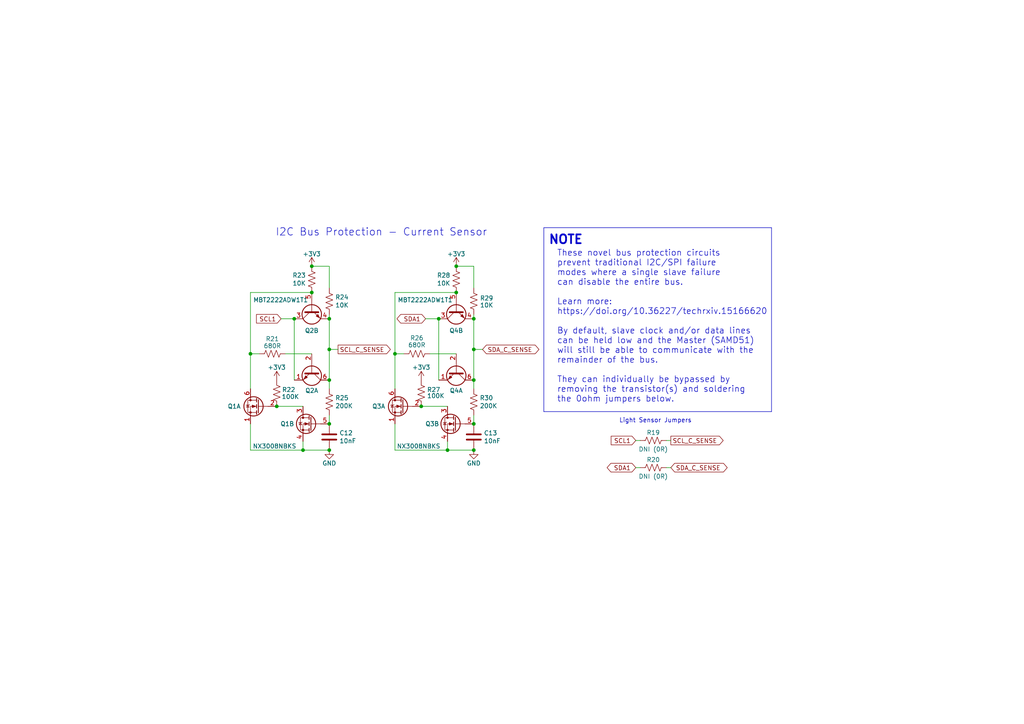
<source format=kicad_sch>
(kicad_sch (version 20230121) (generator eeschema)
  (paper "A4")
  (title_block (title "PyCubed Mini") (date "2023-04-12") (rev "B3/02") (company "RExLab Carnegie Mellon University") (comment 1 "N. Khera") (comment 2 "Z. Manchester"))
  (lib_symbols
    (symbol "Device:C" (pin_numbers hide) (pin_names (offset 0.254))
      (property "Reference" "C" (at 0.635 2.54 0))
      (property "Value" "C" (at 0.635 -2.54 0))
      (symbol "C_0_1"
        (polyline (pts (xy -2.032 -0.762) (xy 2.032 -0.762)) (stroke (width 0.508)))
        (polyline (pts (xy -2.032 0.762) (xy 2.032 0.762)) (stroke (width 0.508)))
      )
      (symbol "C_1_1"
        (pin passive line (at 0 3.81 270) (length 2.794) (name "~") (number "1"))
        (pin passive line (at 0 -3.81 90) (length 2.794) (name "~") (number "2"))
      )
    )
    (symbol "Device:R_US" (pin_numbers hide) (pin_names (offset 0))
      (property "Reference" "R" (at 2.54 0 90))
      (property "Value" "R_US" (at -2.54 0 90))
      (symbol "R_US_0_1"
        (polyline (pts (xy 0 -2.286) (xy 0 -2.54)))
        (polyline (pts (xy 0 2.286) (xy 0 2.54)))
        (polyline (pts (xy 0 -0.762) (xy 1.016 -1.143) (xy 0 -1.524) (xy -1.016 -1.905) (xy 0 -2.286)))
        (polyline (pts (xy 0 0.762) (xy 1.016 0.381) (xy 0 0) (xy -1.016 -0.381) (xy 0 -0.762)))
        (polyline (pts (xy 0 2.286) (xy 1.016 1.905) (xy 0 1.524) (xy -1.016 1.143) (xy 0 0.762)))
      )
      (symbol "R_US_1_1"
        (pin passive line (at 0 3.81 270) (length 1.27) (name "~") (number "1"))
        (pin passive line (at 0 -3.81 90) (length 1.27) (name "~") (number "2"))
      )
    )
    (symbol "Transistor_BJT:MBT2222ADW1T1" (pin_names (offset 0) hide)
      (property "Reference" "Q" (at 5.08 1.27 0))
      (property "Value" "MBT2222ADW1T1" (at 5.08 -1.27 0))
      (symbol "MBT2222ADW1T1_0_1"
        (polyline (pts (xy 0.635 0) (xy -2.54 0)))
        (polyline (pts (xy 0.635 0.635) (xy 2.54 2.54)))
        (polyline (pts (xy 0.635 -0.635) (xy 2.54 -2.54) (xy 2.54 -2.54)))
        (polyline (pts (xy 0.635 1.905) (xy 0.635 -1.905) (xy 0.635 -1.905)) (stroke (width 0.508)))
        (polyline (pts (xy 1.27 -1.778) (xy 1.778 -1.27) (xy 2.286 -2.286) (xy 1.27 -1.778) (xy 1.27 -1.778)) (fill (type outline)))
        (circle (center 1.27 0) (radius 2.8194) (stroke (width 0.254)))
      )
      (symbol "MBT2222ADW1T1_1_1"
        (pin passive line (at 2.54 -5.08 90) (length 2.54) (name "E1") (number "1"))
        (pin input line (at -5.08 0 0) (length 2.54) (name "B1") (number "2"))
        (pin passive line (at 2.54 5.08 270) (length 2.54) (name "C1") (number "6"))
      )
      (symbol "MBT2222ADW1T1_2_1"
        (pin passive line (at 2.54 5.08 270) (length 2.54) (name "C2") (number "3"))
        (pin passive line (at 2.54 -5.08 90) (length 2.54) (name "E2") (number "4"))
        (pin input line (at -5.08 0 0) (length 2.54) (name "B2") (number "5"))
      )
    )
    (symbol "mainboard:NX3008NBKS" (pin_names (offset 0.762) hide)
      (property "Reference" "Q" (at 5.08 1.27 0))
      (property "Value" "NX3008NBKS" (at 5.08 -1.27 0))
      (symbol "NX3008NBKS_1_1"
        (polyline (pts (xy -1.016 0) (xy -3.81 0)))
        (polyline (pts (xy -1.016 1.905) (xy -1.016 -1.905)) (stroke (width 0.254)))
        (polyline (pts (xy -0.508 -1.27) (xy -0.508 -2.286)) (stroke (width 0.254)))
        (polyline (pts (xy -0.508 0.508) (xy -0.508 -0.508)) (stroke (width 0.254)))
        (polyline (pts (xy -0.508 2.286) (xy -0.508 1.27)) (stroke (width 0.254)))
        (polyline (pts (xy 1.27 2.54) (xy 1.27 1.778)))
        (polyline (pts (xy 1.27 -2.54) (xy 1.27 0) (xy -0.508 0)))
        (polyline (pts (xy -0.508 -1.778) (xy 2.032 -1.778) (xy 2.032 1.778) (xy -0.508 1.778)))
        (polyline (pts (xy -0.254 0) (xy 0.762 0.381) (xy 0.762 -0.381) (xy -0.254 0)) (fill (type outline)))
        (polyline (pts (xy 1.524 0.508) (xy 1.651 0.381) (xy 2.413 0.381) (xy 2.54 0.254)))
        (polyline (pts (xy 2.032 0.381) (xy 1.651 -0.254) (xy 2.413 -0.254) (xy 2.032 0.381)))
        (circle (center 0.381 0) (radius 2.794) (stroke (width 0.254)))
        (circle (center 1.27 -1.778) (radius 0.254) (fill (type outline)))
        (circle (center 1.27 1.778) (radius 0.254) (fill (type outline)))
        (pin passive line (at 1.27 -5.08 90) (length 2.54) (name "S2") (number "1"))
        (pin input line (at -6.35 0 0) (length 2.54) (name "G2") (number "2"))
        (pin passive line (at 1.27 5.08 270) (length 2.54) (name "D1") (number "6"))
      )
      (symbol "NX3008NBKS_2_1"
        (polyline (pts (xy -1.016 0) (xy -3.81 0)))
        (polyline (pts (xy -1.016 1.905) (xy -1.016 -1.905)) (stroke (width 0.254)))
        (polyline (pts (xy -0.508 -1.27) (xy -0.508 -2.286)) (stroke (width 0.254)))
        (polyline (pts (xy -0.508 0.508) (xy -0.508 -0.508)) (stroke (width 0.254)))
        (polyline (pts (xy -0.508 2.286) (xy -0.508 1.27)) (stroke (width 0.254)))
        (polyline (pts (xy 1.27 2.54) (xy 1.27 1.778)))
        (polyline (pts (xy 1.27 -2.54) (xy 1.27 0) (xy -0.508 0)))
        (polyline (pts (xy -0.508 -1.778) (xy 2.032 -1.778) (xy 2.032 1.778) (xy -0.508 1.778)))
        (polyline (pts (xy -0.254 0) (xy 0.762 0.381) (xy 0.762 -0.381) (xy -0.254 0)) (fill (type outline)))
        (polyline (pts (xy 1.524 0.508) (xy 1.651 0.381) (xy 2.413 0.381) (xy 2.54 0.254)))
        (polyline (pts (xy 2.032 0.381) (xy 1.651 -0.254) (xy 2.413 -0.254) (xy 2.032 0.381)))
        (circle (center 0.381 0) (radius 2.794) (stroke (width 0.254)))
        (circle (center 1.27 -1.778) (radius 0.254) (fill (type outline)))
        (circle (center 1.27 1.778) (radius 0.254) (fill (type outline)))
        (pin passive line (at 1.27 5.08 270) (length 2.54) (name "D2") (number "3"))
        (pin passive line (at 1.27 -5.08 90) (length 2.54) (name "S1") (number "4"))
        (pin input line (at -6.35 0 0) (length 2.54) (name "G1") (number "5"))
      )
    )
    (symbol "power:+3V3" (power) (pin_names (offset 0))
      (property "Value" "+3V3" (at 0 3.556 0))
      (symbol "+3V3_0_1"
        (polyline (pts (xy -0.762 1.27) (xy 0 2.54)))
        (polyline (pts (xy 0 0) (xy 0 2.54)))
        (polyline (pts (xy 0 2.54) (xy 0.762 1.27)))
      )
      (symbol "+3V3_1_1"
        (pin power_in line (at 0 0 90) (length 0) hide (name "+3V3") (number "1"))
      )
    )
    (symbol "power:GND" (power) (pin_names (offset 0))
      (property "Value" "GND" (at 0 -3.81 0))
      (symbol "GND_0_1"
        (polyline (pts (xy 0 0) (xy 0 -1.27) (xy 1.27 -1.27) (xy 0 -2.54) (xy -1.27 -1.27) (xy 0 -1.27)))
      )
      (symbol "GND_1_1"
        (pin power_in line (at 0 0 270) (length 0) hide (name "GND") (number "1"))
      )
    )
  )
  (junction (at 80.264 117.856))
  (junction (at 114.554 102.616))
  (junction (at 132.334 77.216))
  (junction (at 137.414 110.236))
  (junction (at 127.254 92.456))
  (junction (at 72.644 102.616))
  (junction (at 137.414 122.936))
  (junction (at 137.414 101.346))
  (junction (at 137.414 92.456))
  (junction (at 95.504 110.236))
  (junction (at 137.414 130.556))
  (junction (at 95.504 130.556))
  (junction (at 122.174 117.856))
  (junction (at 90.424 77.216))
  (junction (at 85.344 92.456))
  (junction (at 129.794 130.556))
  (junction (at 95.504 122.936))
  (junction (at 95.504 92.456))
  (junction (at 95.504 101.346))
  (junction (at 87.884 130.556))
  (junction (at 132.334 84.836))
  (junction (at 90.424 84.836))
  (wire (pts (xy 72.644 112.776) (xy 72.644 102.616)))
  (wire (pts (xy 95.504 77.216) (xy 90.424 77.216)))
  (wire (pts (xy 85.344 92.456) (xy 85.344 110.236)))
  (wire (pts (xy 90.424 102.616) (xy 82.804 102.616)))
  (wire (pts (xy 137.414 83.566) (xy 137.414 77.216)))
  (wire (pts (xy 87.884 130.556) (xy 95.504 130.556)))
  (wire (pts (xy 72.644 84.836) (xy 90.424 84.836)))
  (wire (pts (xy 127.254 92.456) (xy 127.254 110.236)))
  (wire (pts (xy 114.554 112.776) (xy 114.554 102.616)))
  (polyline (pts (xy 157.734 66.04) (xy 157.734 119.38)))
  (wire (pts (xy 129.794 130.556) (xy 137.414 130.556)))
  (wire (pts (xy 114.554 102.616) (xy 114.554 84.836)))
  (wire (pts (xy 114.554 84.836) (xy 132.334 84.836)))
  (wire (pts (xy 72.644 102.616) (xy 72.644 84.836)))
  (wire (pts (xy 139.954 101.346) (xy 137.414 101.346)))
  (wire (pts (xy 95.504 112.776) (xy 95.504 110.236)))
  (wire (pts (xy 137.414 101.346) (xy 137.414 92.456)))
  (wire (pts (xy 114.554 102.616) (xy 117.094 102.616)))
  (wire (pts (xy 129.794 128.016) (xy 129.794 130.556)))
  (polyline (pts (xy 157.734 119.38) (xy 223.774 119.38)))
  (wire (pts (xy 98.044 101.346) (xy 95.504 101.346)))
  (wire (pts (xy 194.564 127.762) (xy 193.294 127.762)))
  (wire (pts (xy 137.414 110.236) (xy 137.414 101.346)))
  (wire (pts (xy 114.554 130.556) (xy 129.794 130.556)))
  (wire (pts (xy 132.334 102.616) (xy 124.714 102.616)))
  (wire (pts (xy 72.644 102.616) (xy 75.184 102.616)))
  (wire (pts (xy 137.414 112.776) (xy 137.414 110.236)))
  (polyline (pts (xy 223.774 119.38) (xy 223.774 66.04)))
  (wire (pts (xy 123.444 92.456) (xy 127.254 92.456)))
  (wire (pts (xy 184.404 127.762) (xy 185.674 127.762)))
  (wire (pts (xy 80.264 117.856) (xy 87.884 117.856)))
  (wire (pts (xy 87.884 128.016) (xy 87.884 130.556)))
  (wire (pts (xy 95.504 83.566) (xy 95.504 77.216)))
  (polyline (pts (xy 223.774 66.04) (xy 157.734 66.04)))
  (wire (pts (xy 184.404 135.636) (xy 185.674 135.636)))
  (wire (pts (xy 137.414 120.396) (xy 137.414 122.936)))
  (wire (pts (xy 81.534 92.456) (xy 85.344 92.456)))
  (wire (pts (xy 72.644 122.936) (xy 72.644 130.556)))
  (wire (pts (xy 95.504 91.186) (xy 95.504 92.456)))
  (wire (pts (xy 114.554 122.936) (xy 114.554 130.556)))
  (wire (pts (xy 137.414 77.216) (xy 132.334 77.216)))
  (wire (pts (xy 95.504 120.396) (xy 95.504 122.936)))
  (wire (pts (xy 95.504 110.236) (xy 95.504 101.346)))
  (wire (pts (xy 72.644 130.556) (xy 87.884 130.556)))
  (wire (pts (xy 194.564 135.636) (xy 193.294 135.636)))
  (wire (pts (xy 122.174 117.856) (xy 129.794 117.856)))
  (wire (pts (xy 95.504 101.346) (xy 95.504 92.456)))
  (wire (pts (xy 137.414 91.186) (xy 137.414 92.456)))
  (text "I2C Bus Protection - Current Sensor" (at 79.883 68.707 0) (effects (font (size 2.159 2.159)) (justify left bottom)))
  (text "NOTE" (at 159.004 71.12 0) (effects (font (size 2.54 2.54) (thickness 0.508) bold) (justify left bottom)))
  (text "These novel bus protection circuits\nprevent traditional I2C/SPI failure \nmodes where a single slave failure\ncan disable the entire bus.\n\nLearn more: \nhttps://doi.org/10.36227/techrxiv.15166620\n\nBy default, slave clock and/or data lines \ncan be held low and the Master (SAMD51) \nwill still be able to communicate with the \nremainder of the bus.\n\nThey can individually be bypassed by \nremoving the transistor(s) and soldering\nthe 0ohm jumpers below." (at 161.544 116.84 0) (effects (font (size 1.7526 1.7526)) (justify left bottom)))
  (text "Light Sensor Jumpers" (at 179.578 122.809 0) (effects (font (size 1.27 1.27)) (justify left bottom)))
  (global_label "SDA_C_SENSE" (shape bidirectional) (at 139.954 101.346 0) (property "Intersheetrefs" "${INTERSHEET_REFS}" (effects hide)))
  (global_label "SCL1" (shape input) (at 184.404 127.762 180) (property "Intersheetrefs" "${INTERSHEET_REFS}" (effects hide)))
  (global_label "SCL_C_SENSE" (shape output) (at 194.564 127.762 0) (property "Intersheetrefs" "${INTERSHEET_REFS}" (effects hide)))
  (global_label "SCL1" (shape input) (at 81.534 92.456 180) (property "Intersheetrefs" "${INTERSHEET_REFS}" (effects hide)))
  (global_label "SDA_C_SENSE" (shape bidirectional) (at 194.564 135.636 0) (property "Intersheetrefs" "${INTERSHEET_REFS}" (effects hide)))
  (global_label "SDA1" (shape bidirectional) (at 184.404 135.636 180) (property "Intersheetrefs" "${INTERSHEET_REFS}" (effects hide)))
  (global_label "SDA1" (shape bidirectional) (at 123.444 92.456 180) (property "Intersheetrefs" "${INTERSHEET_REFS}" (effects hide)))
  (global_label "SCL_C_SENSE" (shape output) (at 98.044 101.346 0) (property "Intersheetrefs" "${INTERSHEET_REFS}" (effects hide)))
  (symbol (lib_id "Device:R_US") (at 95.504 87.376 0) (unit 1)
    (property "Reference" "R24" (at 97.2312 86.2076 0) (effects (justify left)))
    (property "Value" "10K" (at 97.2312 88.519 0) (effects (justify left)))
    (property "Footprint" "Resistor_SMD:R_0603_1608Metric" (effects hide))
    (property "Description" "RES 10K OHM 0.1% 1/6W 0603" (effects hide))
    (property "Website" "https://www.digikey.pt/pt/products/detail/stackpole-electronics-inc/RNCF0603BTE10K0/1710011?s=N4IgTCBcDaIEoDkDCAxADANjQZgEIBUBRARjQGk0QBdAXyA" (effects hide))
    (property "Manufacturer_Name" "Stackpole Electronics Inc" (effects hide))
    (property "Manufacturer_Part_Number" "RNCF0603BTE10K0" (effects hide))
    (property "Package/Footprint" "0603" (effects hide))
    (instances (project "Solar-Panel-Z-" (path "" (reference "R24") (unit 1)) (path "" (reference "R24") (unit 1))) (project "batteryboard-bottom" (path "" (reference "R5") (unit 1)) (path "" (reference "R5") (unit 1))))
  )
  (symbol (lib_id "Device:C") (at 95.504 126.746 0) (unit 1)
    (property "Reference" "C12" (at 98.425 125.5776 0) (effects (justify left)))
    (property "Value" "10nF" (at 98.425 127.889 0) (effects (justify left)))
    (property "Footprint" "Capacitor_SMD:C_0603_1608Metric" (effects hide))
    (property "Description" "CAP CER 10000PF 100V X7R 0603" (effects hide))
    (property "Website" "https://www.digikey.pt/pt/products/detail/kyocera-avx/KAM15AR72A103KM/1598666?s=N4IgTCBcDaIAwDY4GYCMBhVKDSAWAKrgIIgC6AvkA" (effects hide))
    (property "Manufacturer_Name" "KYOCERA AVX" (effects hide))
    (property "Manufacturer_Part_Number" "06031C103K4T4A" (effects hide))
    (property "Package/Footprint" "0603" (effects hide))
    (instances (project "Solar-Panel-Z-" (path "" (reference "C12") (unit 1)) (path "" (reference "C12") (unit 1))) (project "batteryboard-bottom" (path "" (reference "C1") (unit 1)) (path "" (reference "C1") (unit 1))))
  )
  (symbol (lib_id "mainboard:NX3008NBKS") (at 73.914 117.856 0) (mirror y) (unit 1)
    (property "Reference" "Q1" (at 69.85 117.856 0) (effects (justify left)))
    (property "Value" "NX3008NBKS" (at 85.979 129.413 0) (effects (justify left)))
    (property "Footprint" "Package_TO_SOT_SMD:SOT-363_SC-70-6" (effects hide))
    (property "Description" "MOSFET 2N-CH 30V 0.35A 6TSSOP" (effects hide))
    (property "Manufacturer_Name" "Nexperia USA Inc." (effects hide))
    (property "Manufacturer_Part_Number" "NX3008NBKS,115" (effects hide))
    (property "Website" "https://www.digikey.pt/pt/products/detail/nexperia-usa-inc/NX3008NBKS-115/2779963?s=N4IgTCBcDaIHIA0DMAGFAOOAhA0gZQBoBGIgVhAF0BfIA" (effects hide))
    (property "Package/Footprint" "6-TSSOP" (effects hide))
  )
  (symbol (lib_id "Device:R_US") (at 189.484 127.762 270) (unit 1)
    (property "Reference" "R19" (at 189.484 125.476 90))
    (property "Value" "DNI (0R)" (at 189.484 130.302 90))
    (property "Footprint" "Resistor_SMD:R_0603_1608Metric" (effects hide))
    (property "DNI" "DNI" (effects hide))
    (property "Description" "RES 0 OHM JUMPER 1/10W 0603" (effects hide))
    (property "Website" "https://www.digikey.pt/pt/products/detail/stackpole-electronics-inc/RMCF0603ZT0R00/1756908?s=N4IgTCBcDaIEoFkDCAxADANjQZgFoBU0400QBdAXyA" (effects hide))
    (property "Manufacturer_Name" "Stackpole Electronics Inc" (effects hide))
    (property "Manufacturer_Part_Number" "RMCF0603ZT0R00" (effects hide))
    (property "Package/Footprint" "0603" (effects hide))
    (instances (project "Solar-Panel-Z-" (path "" (reference "R19") (unit 1)) (path "" (reference "R19") (unit 1))) (project "batteryboard-bottom" (path "" (reference "R12") (unit 1)) (path "" (reference "R12") (unit 1))))
  )
  (symbol (lib_id "Device:C") (at 137.414 126.746 0) (unit 1)
    (property "Reference" "C13" (at 140.335 125.603 0) (effects (justify left)))
    (property "Value" "10nF" (at 140.335 127.889 0) (effects (justify left)))
    (property "Footprint" "Capacitor_SMD:C_0603_1608Metric" (effects hide))
    (property "Description" "CAP CER 10000PF 100V X7R 0603" (effects hide))
    (property "Website" "https://www.digikey.pt/pt/products/detail/kyocera-avx/KAM15AR72A103KM/1598666?s=N4IgTCBcDaIAwDY4GYCMBhVKDSAWAKrgIIgC6AvkA" (effects hide))
    (property "Manufacturer_Name" "KYOCERA AVX" (effects hide))
    (property "Manufacturer_Part_Number" "06031C103K4T4A" (effects hide))
    (property "Package/Footprint" "0603" (effects hide))
    (instances (project "Solar-Panel-Z-" (path "" (reference "C13") (unit 1)) (path "" (reference "C13") (unit 1))) (project "batteryboard-bottom" (path "" (reference "C2") (unit 1)) (path "" (reference "C2") (unit 1))))
  )
  (symbol (lib_id "Transistor_BJT:MBT2222ADW1T1") (at 132.334 107.696 270) (unit 1)
    (property "Reference" "Q4" (at 132.334 113.284 90))
    (property "Value" "MBT2222ADW1T1" (effects hide))
    (property "Footprint" "Package_TO_SOT_SMD:SOT-363_SC-70-6" (effects hide))
    (property "Description" "TRANS 2NPN 40V 0.6A SC88/SC70-6" (effects hide))
    (property "Manufacturer_Name" "onsemi" (effects hide))
    (property "Manufacturer_Part_Number" "MBT2222ADW1T1G" (effects hide))
    (property "Website" "https://www.digikey.pt/pt/products/detail/onsemi/MBT2222ADW1T1G/1477281?s=N4IgTCBcDaILICEAqZVgIIBEDqBGJuA4iALoC%2BQA" (effects hide))
    (property "Package/Footprint" "SOT-363" (effects hide))
  )
  (symbol (lib_id "mainboard:NX3008NBKS") (at 89.154 122.936 0) (mirror y) (unit 2)
    (property "Reference" "Q1" (at 85.344 122.936 0) (effects (justify left)))
    (property "Value" "NX3008NBKS" (effects hide))
    (property "Footprint" "Package_TO_SOT_SMD:SOT-363_SC-70-6" (effects hide))
    (property "Description" "MOSFET 2N-CH 30V 0.35A 6TSSOP" (effects hide))
    (property "Manufacturer_Name" "Nexperia USA Inc." (effects hide))
    (property "Manufacturer_Part_Number" "NX3008NBKS,115" (effects hide))
    (property "Website" "https://www.digikey.pt/pt/products/detail/nexperia-usa-inc/NX3008NBKS-115/2779963?s=N4IgTCBcDaIHIA0DMAGFAOOAhA0gZQBoBGIgVhAF0BfIA" (effects hide))
    (property "Package/Footprint" "6-TSSOP" (effects hide))
  )
  (symbol (lib_id "mainboard:NX3008NBKS") (at 115.824 117.856 0) (mirror y) (unit 1)
    (property "Reference" "Q3" (at 111.76 117.856 0) (effects (justify left)))
    (property "Value" "NX3008NBKS" (at 127.762 129.413 0) (effects (justify left)))
    (property "Footprint" "Package_TO_SOT_SMD:SOT-363_SC-70-6" (effects hide))
    (property "Description" "MOSFET 2N-CH 30V 0.35A 6TSSOP" (effects hide))
    (property "Manufacturer_Name" "Nexperia USA Inc." (effects hide))
    (property "Manufacturer_Part_Number" "NX3008NBKS,115" (effects hide))
    (property "Website" "https://www.digikey.pt/pt/products/detail/nexperia-usa-inc/NX3008NBKS-115/2779963?s=N4IgTCBcDaIHIA0DMAGFAOOAhA0gZQBoBGIgVhAF0BfIA" (effects hide))
    (property "Package/Footprint" "6-TSSOP" (effects hide))
  )
  (symbol (lib_id "Device:R_US") (at 132.334 81.026 0) (unit 1)
    (property "Reference" "R28" (at 130.6322 79.8576 0) (effects (justify right)))
    (property "Value" "10K" (at 130.6322 82.169 0) (effects (justify right)))
    (property "Footprint" "Resistor_SMD:R_0603_1608Metric" (effects hide))
    (property "Description" "RES 10K OHM 0.1% 1/6W 0603" (effects hide))
    (property "Website" "https://www.digikey.pt/pt/products/detail/stackpole-electronics-inc/RNCF0603BTE10K0/1710011?s=N4IgTCBcDaIEoDkDCAxADANjQZgEIBUBRARjQGk0QBdAXyA" (effects hide))
    (property "Manufacturer_Name" "Stackpole Electronics Inc" (effects hide))
    (property "Manufacturer_Part_Number" "RNCF0603BTE10K0" (effects hide))
    (property "Package/Footprint" "0603" (effects hide))
    (instances (project "Solar-Panel-Z-" (path "" (reference "R28") (unit 1)) (path "" (reference "R28") (unit 1))) (project "batteryboard-bottom" (path "" (reference "R9") (unit 1)) (path "" (reference "R9") (unit 1))))
  )
  (symbol (lib_id "Device:R_US") (at 90.424 81.026 0) (unit 1)
    (property "Reference" "R23" (at 88.7222 79.8576 0) (effects (justify right)))
    (property "Value" "10K" (at 88.7222 82.169 0) (effects (justify right)))
    (property "Footprint" "Resistor_SMD:R_0603_1608Metric" (effects hide))
    (property "Description" "RES 10K OHM 0.1% 1/6W 0603" (effects hide))
    (property "Website" "https://www.digikey.pt/pt/products/detail/stackpole-electronics-inc/RNCF0603BTE10K0/1710011?s=N4IgTCBcDaIEoDkDCAxADANjQZgEIBUBRARjQGk0QBdAXyA" (effects hide))
    (property "Manufacturer_Name" "Stackpole Electronics Inc" (effects hide))
    (property "Manufacturer_Part_Number" "RNCF0603BTE10K0" (effects hide))
    (property "Package/Footprint" "0603" (effects hide))
    (instances (project "Solar-Panel-Z-" (path "" (reference "R23") (unit 1)) (path "" (reference "R23") (unit 1))) (project "batteryboard-bottom" (path "" (reference "R4") (unit 1)) (path "" (reference "R4") (unit 1))))
  )
  (symbol (lib_id "Device:R_US") (at 189.484 135.636 270) (unit 1)
    (property "Reference" "R20" (at 189.484 133.35 90))
    (property "Value" "DNI (0R)" (at 189.484 138.176 90))
    (property "Footprint" "Resistor_SMD:R_0603_1608Metric" (effects hide))
    (property "DNI" "DNI" (effects hide))
    (property "Description" "RES 0 OHM JUMPER 1/10W 0603" (effects hide))
    (property "Website" "https://www.digikey.pt/pt/products/detail/stackpole-electronics-inc/RMCF0603ZT0R00/1756908?s=N4IgTCBcDaIEoFkDCAxADANjQZgFoBU0400QBdAXyA" (effects hide))
    (property "Manufacturer_Name" "Stackpole Electronics Inc" (effects hide))
    (property "Manufacturer_Part_Number" "RMCF0603ZT0R00" (effects hide))
    (property "Package/Footprint" "0603" (effects hide))
    (instances (project "Solar-Panel-Z-" (path "" (reference "R20") (unit 1)) (path "" (reference "R20") (unit 1))) (project "batteryboard-bottom" (path "" (reference "R13") (unit 1)) (path "" (reference "R13") (unit 1))))
  )
  (symbol (lib_id "Device:R_US") (at 120.904 102.616 270) (unit 1)
    (property "Reference" "R26" (at 120.904 98.044 90))
    (property "Value" "680R" (at 120.904 100.076 90))
    (property "Footprint" "Resistor_SMD:R_0603_1608Metric" (effects hide))
    (property "Description" "RES 680 OHM 1% 1/10W 0603" (effects hide))
    (property "Website" "https://www.digikey.pt/pt/products/detail/stackpole-electronics-inc/RMCF0603FT680R/1760751?s=N4IgTCBcDaIEoFkDCAxADANjQZhQFQwA404QBdAXyA" (effects hide))
    (property "Manufacturer_Name" "Stackpole Electronics Inc" (effects hide))
    (property "Manufacturer_Part_Number" "RMCF0603FT680R" (effects hide))
    (property "Package/Footprint" "0603" (effects hide))
    (instances (project "Solar-Panel-Z-" (path "" (reference "R26") (unit 1)) (path "" (reference "R26") (unit 1))) (project "batteryboard-bottom" (path "" (reference "R7") (unit 1)) (path "" (reference "R7") (unit 1))))
  )
  (symbol (lib_id "Transistor_BJT:MBT2222ADW1T1") (at 132.334 89.916 90) (mirror x) (unit 2)
    (property "Reference" "Q4" (at 132.334 95.885 90))
    (property "Value" "MBT2222ADW1T1" (at 123.317 86.995 90))
    (property "Footprint" "Package_TO_SOT_SMD:SOT-363_SC-70-6" (effects hide))
    (property "Description" "TRANS 2NPN 40V 0.6A SC88/SC70-6" (effects hide))
    (property "Manufacturer_Name" "onsemi" (effects hide))
    (property "Manufacturer_Part_Number" "MBT2222ADW1T1G" (effects hide))
    (property "Website" "https://www.digikey.pt/pt/products/detail/onsemi/MBT2222ADW1T1G/1477281?s=N4IgTCBcDaILICEAqZVgIIBEDqBGJuA4iALoC%2BQA" (effects hide))
    (property "Package/Footprint" "SOT-363" (effects hide))
  )
  (symbol (lib_id "Device:R_US") (at 137.414 87.376 0) (unit 1)
    (property "Reference" "R29" (at 139.192 86.487 0) (effects (justify left)))
    (property "Value" "10K" (at 139.192 88.519 0) (effects (justify left)))
    (property "Footprint" "Resistor_SMD:R_0603_1608Metric" (effects hide))
    (property "Description" "RES 10K OHM 0.1% 1/6W 0603" (effects hide))
    (property "Website" "https://www.digikey.pt/pt/products/detail/stackpole-electronics-inc/RNCF0603BTE10K0/1710011?s=N4IgTCBcDaIEoDkDCAxADANjQZgEIBUBRARjQGk0QBdAXyA" (effects hide))
    (property "Manufacturer_Name" "Stackpole Electronics Inc" (effects hide))
    (property "Manufacturer_Part_Number" "RNCF0603BTE10K0" (effects hide))
    (property "Package/Footprint" "0603" (effects hide))
    (instances (project "Solar-Panel-Z-" (path "" (reference "R29") (unit 1)) (path "" (reference "R29") (unit 1))) (project "batteryboard-bottom" (path "" (reference "R10") (unit 1)) (path "" (reference "R10") (unit 1))))
  )
  (symbol (lib_id "power:+3V3") (at 90.424 77.216 0) (unit 1)
    (property "Reference" "#PWR0107" (effects hide))
    (property "Value" "+3V3" (at 90.424 73.66 0))
    (instances (project "Solar-Panel-Z-" (path "" (reference "#PWR0107") (unit 1)) (path "" (reference "#PWR013") (unit 1))) (project "batteryboard-bottom" (path "" (reference "#PWR05") (unit 1)) (path "" (reference "#PWR05") (unit 1))))
  )
  (symbol (lib_id "Device:R_US") (at 80.264 114.046 0) (unit 1)
    (property "Reference" "R22" (at 81.788 113.03 0) (effects (justify left)))
    (property "Value" "100K" (at 81.661 115.062 0) (effects (justify left)))
    (property "Footprint" "Resistor_SMD:R_0603_1608Metric" (effects hide))
    (property "Description" "RES 100K OHM 0.5% 1/6W 0603" (effects hide))
    (property "Website" "https://www.digikey.pt/pt/products/detail/stackpole-electronics-inc/RNCF0603DTE100K/6264184?s=N4IgTCBcDaIEoDkDCAxADANjQZgCIBUBRARjTQGkQBdAXyA" (effects hide))
    (property "Manufacturer_Name" "Stackpole Electronics Inc" (effects hide))
    (property "Manufacturer_Part_Number" "RNCF0603DTE100K" (effects hide))
    (property "Package/Footprint" "0603" (effects hide))
    (instances (project "Solar-Panel-Z-" (path "" (reference "R22") (unit 1)) (path "" (reference "R22") (unit 1))) (project "batteryboard-bottom" (path "" (reference "R3") (unit 1)) (path "" (reference "R3") (unit 1))))
  )
  (symbol (lib_id "Device:R_US") (at 122.174 114.046 0) (unit 1)
    (property "Reference" "R27" (at 123.825 113.03 0) (effects (justify left)))
    (property "Value" "100K" (at 123.825 114.808 0) (effects (justify left)))
    (property "Footprint" "Resistor_SMD:R_0603_1608Metric" (effects hide))
    (property "Description" "RES 100K OHM 0.5% 1/6W 0603" (effects hide))
    (property "Website" "https://www.digikey.pt/pt/products/detail/stackpole-electronics-inc/RNCF0603DTE100K/6264184?s=N4IgTCBcDaIEoDkDCAxADANjQZgCIBUBRARjTQGkQBdAXyA" (effects hide))
    (property "Manufacturer_Name" "Stackpole Electronics Inc" (effects hide))
    (property "Manufacturer_Part_Number" "RNCF0603DTE100K" (effects hide))
    (property "Package/Footprint" "0603" (effects hide))
    (instances (project "Solar-Panel-Z-" (path "" (reference "R27") (unit 1)) (path "" (reference "R27") (unit 1))) (project "batteryboard-bottom" (path "" (reference "R8") (unit 1)) (path "" (reference "R8") (unit 1))))
  )
  (symbol (lib_id "power:GND") (at 137.414 130.556 0) (unit 1)
    (property "Reference" "#PWR0110" (effects hide))
    (property "Value" "GND" (at 137.414 134.366 0))
    (instances (project "Solar-Panel-Z-" (path "" (reference "#PWR0110") (unit 1)) (path "" (reference "#PWR018") (unit 1))) (project "batteryboard-bottom" (path "" (reference "#PWR09") (unit 1)) (path "" (reference "#PWR09") (unit 1))))
  )
  (symbol (lib_id "Transistor_BJT:MBT2222ADW1T1") (at 90.424 89.916 90) (mirror x) (unit 2)
    (property "Reference" "Q2" (at 90.424 95.885 90))
    (property "Value" "MBT2222ADW1T1" (at 81.407 86.995 90))
    (property "Footprint" "Package_TO_SOT_SMD:SOT-363_SC-70-6" (effects hide))
    (property "Description" "TRANS 2NPN 40V 0.6A SC88/SC70-6" (effects hide))
    (property "Manufacturer_Name" "onsemi" (effects hide))
    (property "Manufacturer_Part_Number" "MBT2222ADW1T1G" (effects hide))
    (property "Website" "https://www.digikey.pt/pt/products/detail/onsemi/MBT2222ADW1T1G/1477281?s=N4IgTCBcDaILICEAqZVgIIBEDqBGJuA4iALoC%2BQA" (effects hide))
    (property "Package/Footprint" "SOT-363" (effects hide))
  )
  (symbol (lib_id "Device:R_US") (at 95.504 116.586 0) (unit 1)
    (property "Reference" "R25" (at 97.2312 115.4176 0) (effects (justify left)))
    (property "Value" "200K" (at 97.2312 117.729 0) (effects (justify left)))
    (property "Footprint" "Resistor_SMD:R_0603_1608Metric" (effects hide))
    (property "Description" "RES 200K OHM 1% 1/10W 0603" (effects hide))
    (property "Website" "https://www.digikey.pt/pt/products/detail/stackpole-electronics-inc/RMCF0603FT200K/1760715?s=N4IgTCBcDaIEoFkDCAxADANjQZhQFTDTQGkQBdAXyA" (effects hide))
    (property "Manufacturer_Name" "Stackpole Electronics Inc" (effects hide))
    (property "Manufacturer_Part_Number" "RMCF0603FT200K" (effects hide))
    (property "Package/Footprint" "0603" (effects hide))
    (instances (project "Solar-Panel-Z-" (path "" (reference "R25") (unit 1)) (path "" (reference "R25") (unit 1))) (project "batteryboard-bottom" (path "" (reference "R6") (unit 1)) (path "" (reference "R6") (unit 1))))
  )
  (symbol (lib_id "Device:R_US") (at 137.414 116.586 0) (unit 1)
    (property "Reference" "R30" (at 139.1412 115.4176 0) (effects (justify left)))
    (property "Value" "200K" (at 139.1412 117.729 0) (effects (justify left)))
    (property "Footprint" "Resistor_SMD:R_0603_1608Metric" (effects hide))
    (property "Description" "RES 200K OHM 1% 1/10W 0603" (effects hide))
    (property "Website" "https://www.digikey.pt/pt/products/detail/stackpole-electronics-inc/RMCF0603FT200K/1760715?s=N4IgTCBcDaIEoFkDCAxADANjQZhQFTDTQGkQBdAXyA" (effects hide))
    (property "Manufacturer_Name" "Stackpole Electronics Inc" (effects hide))
    (property "Manufacturer_Part_Number" "RMCF0603FT200K" (effects hide))
    (property "Package/Footprint" "0603" (effects hide))
    (instances (project "Solar-Panel-Z-" (path "" (reference "R30") (unit 1)) (path "" (reference "R30") (unit 1))) (project "batteryboard-bottom" (path "" (reference "R11") (unit 1)) (path "" (reference "R11") (unit 1))))
  )
  (symbol (lib_id "power:GND") (at 95.504 130.556 0) (unit 1)
    (property "Reference" "#PWR0109" (effects hide))
    (property "Value" "GND" (at 95.504 134.366 0))
    (instances (project "Solar-Panel-Z-" (path "" (reference "#PWR0109") (unit 1)) (path "" (reference "#PWR014") (unit 1))) (project "batteryboard-bottom" (path "" (reference "#PWR06") (unit 1)) (path "" (reference "#PWR06") (unit 1))))
  )
  (symbol (lib_id "mainboard:NX3008NBKS") (at 131.064 122.936 0) (mirror y) (unit 2)
    (property "Reference" "Q3" (at 127.381 122.936 0) (effects (justify left)))
    (property "Value" "NX3008NBKS" (effects hide))
    (property "Footprint" "Package_TO_SOT_SMD:SOT-363_SC-70-6" (effects hide))
    (property "Description" "MOSFET 2N-CH 30V 0.35A 6TSSOP" (effects hide))
    (property "Manufacturer_Name" "Nexperia USA Inc." (effects hide))
    (property "Manufacturer_Part_Number" "NX3008NBKS,115" (effects hide))
    (property "Website" "https://www.digikey.pt/pt/products/detail/nexperia-usa-inc/NX3008NBKS-115/2779963?s=N4IgTCBcDaIHIA0DMAGFAOOAhA0gZQBoBGIgVhAF0BfIA" (effects hide))
    (property "Package/Footprint" "6-TSSOP" (effects hide))
  )
  (symbol (lib_id "Device:R_US") (at 78.994 102.616 270) (unit 1)
    (property "Reference" "R21" (at 78.994 98.298 90))
    (property "Value" "680R" (at 78.994 100.33 90))
    (property "Footprint" "Resistor_SMD:R_0603_1608Metric" (effects hide))
    (property "Description" "RES 680 OHM 1% 1/10W 0603" (effects hide))
    (property "Website" "https://www.digikey.pt/pt/products/detail/stackpole-electronics-inc/RMCF0603FT680R/1760751?s=N4IgTCBcDaIEoFkDCAxADANjQZhQFQwA404QBdAXyA" (effects hide))
    (property "Manufacturer_Name" "Stackpole Electronics Inc" (effects hide))
    (property "Manufacturer_Part_Number" "RMCF0603FT680R" (effects hide))
    (property "Package/Footprint" "0603" (effects hide))
    (instances (project "Solar-Panel-Z-" (path "" (reference "R21") (unit 1)) (path "" (reference "R21") (unit 1))) (project "batteryboard-bottom" (path "" (reference "R2") (unit 1)) (path "" (reference "R2") (unit 1))))
  )
  (symbol (lib_id "power:+3V3") (at 122.174 110.236 0) (unit 1)
    (property "Reference" "#PWR0111" (effects hide))
    (property "Value" "+3V3" (at 122.174 106.553 0))
    (instances (project "Solar-Panel-Z-" (path "" (reference "#PWR0111") (unit 1)) (path "" (reference "#PWR016") (unit 1))) (project "batteryboard-bottom" (path "" (reference "#PWR07") (unit 1)) (path "" (reference "#PWR07") (unit 1))))
  )
  (symbol (lib_id "power:+3V3") (at 80.264 110.236 0) (unit 1)
    (property "Reference" "#PWR0108" (effects hide))
    (property "Value" "+3V3" (at 80.264 106.553 0))
    (instances (project "Solar-Panel-Z-" (path "" (reference "#PWR0108") (unit 1)) (path "" (reference "#PWR012") (unit 1))) (project "batteryboard-bottom" (path "" (reference "#PWR04") (unit 1)) (path "" (reference "#PWR04") (unit 1))))
  )
  (symbol (lib_id "Transistor_BJT:MBT2222ADW1T1") (at 90.424 107.696 270) (unit 1)
    (property "Reference" "Q2" (at 90.424 113.284 90))
    (property "Value" "MBT2222ADW1T1" (effects hide))
    (property "Footprint" "Package_TO_SOT_SMD:SOT-363_SC-70-6" (effects hide))
    (property "Description" "TRANS 2NPN 40V 0.6A SC88/SC70-6" (effects hide))
    (property "Manufacturer_Name" "onsemi" (effects hide))
    (property "Manufacturer_Part_Number" "MBT2222ADW1T1G" (effects hide))
    (property "Website" "https://www.digikey.pt/pt/products/detail/onsemi/MBT2222ADW1T1G/1477281?s=N4IgTCBcDaILICEAqZVgIIBEDqBGJuA4iALoC%2BQA" (effects hide))
    (property "Package/Footprint" "SOT-363" (effects hide))
  )
  (symbol (lib_id "power:+3V3") (at 132.334 77.216 0) (unit 1)
    (property "Reference" "#PWR0106" (effects hide))
    (property "Value" "+3V3" (at 132.334 73.66 0))
    (instances (project "Solar-Panel-Z-" (path "" (reference "#PWR0106") (unit 1)) (path "" (reference "#PWR017") (unit 1))) (project "batteryboard-bottom" (path "" (reference "#PWR08") (unit 1)) (path "" (reference "#PWR08") (unit 1))))
  )
)
</source>
